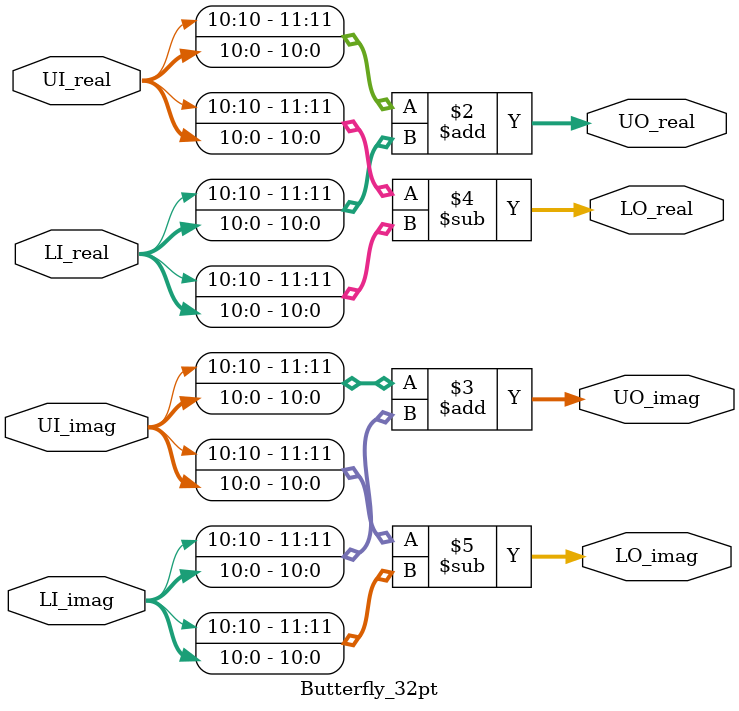
<source format=v>
`timescale 1ns / 1ps
module Butterfly_32pt(UI_real, UI_imag, LI_real, LI_imag, UO_real, UO_imag, LO_real, LO_imag);

input [10:0] UI_real, UI_imag, LI_real, LI_imag;          // input  S1.9     11bits

output [11:0] UO_real, UO_imag, LO_real, LO_imag;       // output  S2.9     12bits

// input
wire signed [10:0] UI_real, UI_imag, LI_real, LI_imag;

// output
reg signed [11:0] UO_real, UO_imag, LO_real, LO_imag;

always@ (UI_real or UI_imag or LI_real or LI_imag)
begin
    UO_real = {UI_real[10], UI_real} + {LI_real[10], LI_real};          // signed extention
    UO_imag = {UI_imag[10], UI_imag} + {LI_imag[10], LI_imag};
    LO_real = {UI_real[10], UI_real} - {LI_real[10], LI_real};
    LO_imag = {UI_imag[10], UI_imag} - {LI_imag[10], LI_imag};
end

endmodule

</source>
